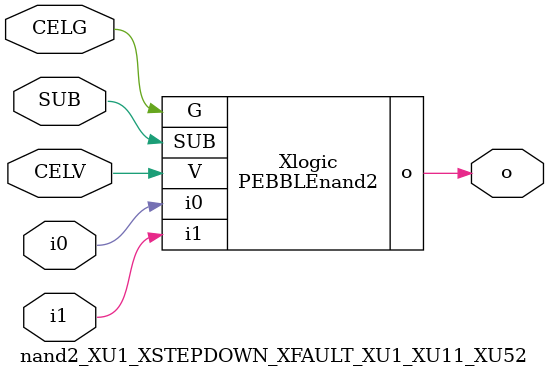
<source format=v>



module PEBBLEnand2 ( o, G, SUB, V, i0, i1 );

  input i0;
  input V;
  input i1;
  input G;
  output o;
  input SUB;
endmodule

//Celera Confidential Do Not Copy nand2_XU1_XSTEPDOWN_XFAULT_XU1_XU11_XU52
//Celera Confidential Symbol Generator
//5V NAND2
module nand2_XU1_XSTEPDOWN_XFAULT_XU1_XU11_XU52 (CELV,CELG,i0,i1,o,SUB);
input CELV;
input CELG;
input i0;
input i1;
input SUB;
output o;

//Celera Confidential Do Not Copy nand2
PEBBLEnand2 Xlogic(
.V (CELV),
.i0 (i0),
.i1 (i1),
.o (o),
.SUB (SUB),
.G (CELG)
);
//,diesize,PEBBLEnand2

//Celera Confidential Do Not Copy Module End
//Celera Schematic Generator
endmodule

</source>
